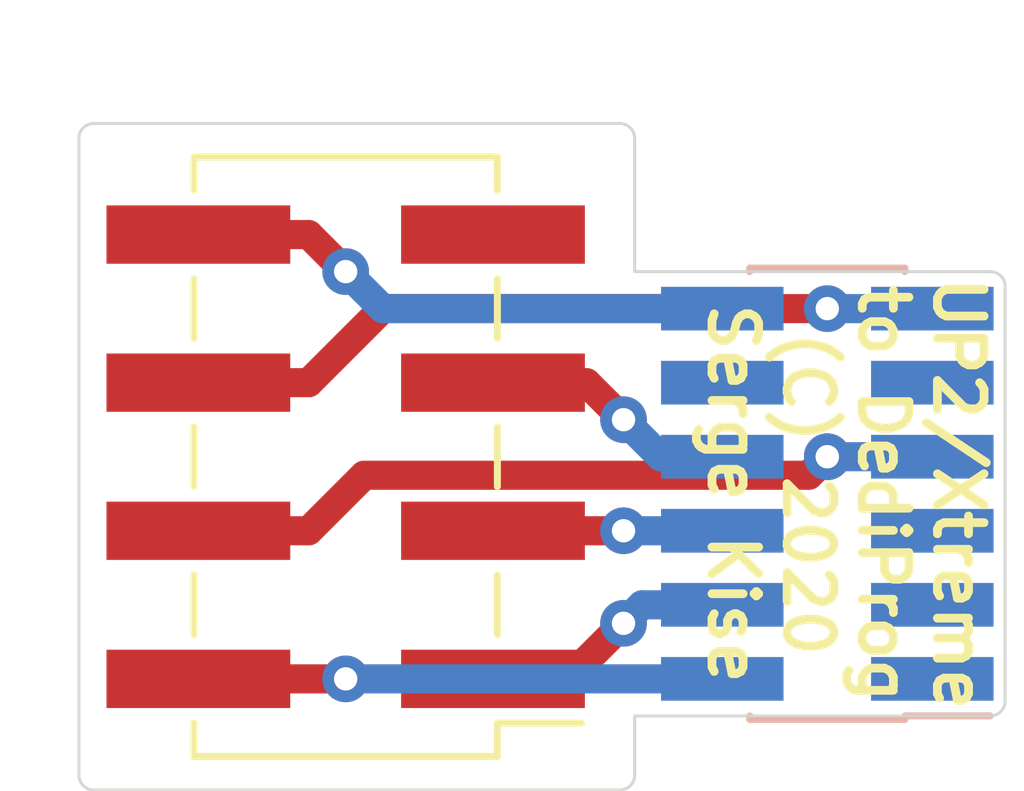
<source format=kicad_pcb>
(kicad_pcb (version 20171130) (host pcbnew "(5.1.8)-1")

  (general
    (thickness 1.6)
    (drawings 15)
    (tracks 33)
    (zones 0)
    (modules 2)
    (nets 14)
  )

  (page USLetter)
  (layers
    (0 F.Cu signal)
    (31 B.Cu signal)
    (32 B.Adhes user)
    (33 F.Adhes user)
    (34 B.Paste user)
    (35 F.Paste user)
    (36 B.SilkS user)
    (37 F.SilkS user)
    (38 B.Mask user)
    (39 F.Mask user)
    (40 Dwgs.User user)
    (41 Cmts.User user)
    (42 Eco1.User user)
    (43 Eco2.User user)
    (44 Edge.Cuts user)
    (45 Margin user)
    (46 B.CrtYd user)
    (47 F.CrtYd user)
    (48 B.Fab user)
    (49 F.Fab user)
  )

  (setup
    (last_trace_width 0.5)
    (trace_clearance 0.2)
    (zone_clearance 0.508)
    (zone_45_only no)
    (trace_min 0.2)
    (via_size 0.8)
    (via_drill 0.4)
    (via_min_size 0.4)
    (via_min_drill 0.3)
    (uvia_size 0.3)
    (uvia_drill 0.1)
    (uvias_allowed no)
    (uvia_min_size 0.2)
    (uvia_min_drill 0.1)
    (edge_width 0.05)
    (segment_width 0.2)
    (pcb_text_width 0.3)
    (pcb_text_size 1.5 1.5)
    (mod_edge_width 0.12)
    (mod_text_size 1 1)
    (mod_text_width 0.15)
    (pad_size 1.524 1.524)
    (pad_drill 0.762)
    (pad_to_mask_clearance 0)
    (aux_axis_origin 0 0)
    (visible_elements FFFFFF7F)
    (pcbplotparams
      (layerselection 0x010fc_ffffffff)
      (usegerberextensions false)
      (usegerberattributes true)
      (usegerberadvancedattributes true)
      (creategerberjobfile true)
      (excludeedgelayer true)
      (linewidth 0.100000)
      (plotframeref false)
      (viasonmask false)
      (mode 1)
      (useauxorigin false)
      (hpglpennumber 1)
      (hpglpenspeed 20)
      (hpglpendiameter 15.000000)
      (psnegative false)
      (psa4output false)
      (plotreference true)
      (plotvalue true)
      (plotinvisibletext false)
      (padsonsilk false)
      (subtractmaskfromsilk false)
      (outputformat 1)
      (mirror false)
      (drillshape 1)
      (scaleselection 1)
      (outputdirectory ""))
  )

  (net 0 "")
  (net 1 /VCC)
  (net 2 /GND)
  (net 3 /CS)
  (net 4 /CLK)
  (net 5 /MISO)
  (net 6 /MOSI)
  (net 7 "Net-(J1-Pad7)")
  (net 8 /~HOLD)
  (net 9 "Net-(J2-Pad1)")
  (net 10 "Net-(J2-Pad3)")
  (net 11 "Net-(J2-Pad5)")
  (net 12 "Net-(J2-Pad9)")
  (net 13 "Net-(J2-Pad10)")

  (net_class Default "This is the default net class."
    (clearance 0.2)
    (trace_width 0.5)
    (via_dia 0.8)
    (via_drill 0.4)
    (uvia_dia 0.3)
    (uvia_drill 0.1)
    (add_net /CLK)
    (add_net /CS)
    (add_net /GND)
    (add_net /MISO)
    (add_net /MOSI)
    (add_net /VCC)
    (add_net /~HOLD)
    (add_net "Net-(J1-Pad7)")
    (add_net "Net-(J2-Pad1)")
    (add_net "Net-(J2-Pad10)")
    (add_net "Net-(J2-Pad3)")
    (add_net "Net-(J2-Pad5)")
    (add_net "Net-(J2-Pad9)")
  )

  (module Connector_PinSocket_1.27mm:PinSocket_2x06_P1.27mm_Vertical_SMD (layer B.Cu) (tedit 5A19A42F) (tstamp 5FB49421)
    (at 201.93 125.73)
    (descr "surface-mounted straight socket strip, 2x06, 1.27mm pitch, double cols (from Kicad 4.0.7!), script generated")
    (tags "Surface mounted socket strip SMD 2x06 1.27mm double row")
    (path /5FB42944)
    (attr smd)
    (fp_text reference J2 (at 1.27 -5.3975) (layer B.Fab)
      (effects (font (size 1 1) (thickness 0.15)) (justify mirror))
    )
    (fp_text value UP (at -1.5875 -5.3975 180) (layer B.Fab)
      (effects (font (size 1 1) (thickness 0.15)) (justify mirror))
    )
    (fp_line (start -3.35 -4.3) (end -3.35 4.35) (layer B.CrtYd) (width 0.05))
    (fp_line (start 3.35 -4.3) (end -3.35 -4.3) (layer B.CrtYd) (width 0.05))
    (fp_line (start 3.35 4.35) (end 3.35 -4.3) (layer B.CrtYd) (width 0.05))
    (fp_line (start -3.35 4.35) (end 3.35 4.35) (layer B.CrtYd) (width 0.05))
    (fp_line (start 2.555 -3.375) (end 1.27 -3.375) (layer B.Fab) (width 0.1))
    (fp_line (start 2.555 -2.975) (end 2.555 -3.375) (layer B.Fab) (width 0.1))
    (fp_line (start 1.27 -2.975) (end 2.555 -2.975) (layer B.Fab) (width 0.1))
    (fp_line (start -2.555 -3.375) (end -2.555 -2.975) (layer B.Fab) (width 0.1))
    (fp_line (start -1.27 -3.375) (end -2.555 -3.375) (layer B.Fab) (width 0.1))
    (fp_line (start -2.555 -2.975) (end -1.27 -2.975) (layer B.Fab) (width 0.1))
    (fp_line (start 2.555 -2.105) (end 1.27 -2.105) (layer B.Fab) (width 0.1))
    (fp_line (start 2.555 -1.705) (end 2.555 -2.105) (layer B.Fab) (width 0.1))
    (fp_line (start 1.27 -1.705) (end 2.555 -1.705) (layer B.Fab) (width 0.1))
    (fp_line (start -2.555 -2.105) (end -2.555 -1.705) (layer B.Fab) (width 0.1))
    (fp_line (start -1.27 -2.105) (end -2.555 -2.105) (layer B.Fab) (width 0.1))
    (fp_line (start -2.555 -1.705) (end -1.27 -1.705) (layer B.Fab) (width 0.1))
    (fp_line (start 2.555 -0.835) (end 1.27 -0.835) (layer B.Fab) (width 0.1))
    (fp_line (start 2.555 -0.435) (end 2.555 -0.835) (layer B.Fab) (width 0.1))
    (fp_line (start 1.27 -0.435) (end 2.555 -0.435) (layer B.Fab) (width 0.1))
    (fp_line (start -2.555 -0.835) (end -2.555 -0.435) (layer B.Fab) (width 0.1))
    (fp_line (start -1.27 -0.835) (end -2.555 -0.835) (layer B.Fab) (width 0.1))
    (fp_line (start -2.555 -0.435) (end -1.27 -0.435) (layer B.Fab) (width 0.1))
    (fp_line (start 2.555 0.435) (end 1.27 0.435) (layer B.Fab) (width 0.1))
    (fp_line (start 2.555 0.835) (end 2.555 0.435) (layer B.Fab) (width 0.1))
    (fp_line (start 1.27 0.835) (end 2.555 0.835) (layer B.Fab) (width 0.1))
    (fp_line (start -2.555 0.435) (end -2.555 0.835) (layer B.Fab) (width 0.1))
    (fp_line (start -1.27 0.435) (end -2.555 0.435) (layer B.Fab) (width 0.1))
    (fp_line (start -2.555 0.835) (end -1.27 0.835) (layer B.Fab) (width 0.1))
    (fp_line (start 2.555 1.705) (end 1.27 1.705) (layer B.Fab) (width 0.1))
    (fp_line (start 2.555 2.105) (end 2.555 1.705) (layer B.Fab) (width 0.1))
    (fp_line (start 1.27 2.105) (end 2.555 2.105) (layer B.Fab) (width 0.1))
    (fp_line (start -2.555 1.705) (end -2.555 2.105) (layer B.Fab) (width 0.1))
    (fp_line (start -1.27 1.705) (end -2.555 1.705) (layer B.Fab) (width 0.1))
    (fp_line (start -2.555 2.105) (end -1.27 2.105) (layer B.Fab) (width 0.1))
    (fp_line (start 2.555 2.975) (end 1.27 2.975) (layer B.Fab) (width 0.1))
    (fp_line (start 2.555 3.375) (end 2.555 2.975) (layer B.Fab) (width 0.1))
    (fp_line (start 1.27 3.375) (end 2.555 3.375) (layer B.Fab) (width 0.1))
    (fp_line (start -2.555 2.975) (end -2.555 3.375) (layer B.Fab) (width 0.1))
    (fp_line (start -1.27 2.975) (end -2.555 2.975) (layer B.Fab) (width 0.1))
    (fp_line (start -2.555 3.375) (end -1.27 3.375) (layer B.Fab) (width 0.1))
    (fp_line (start -1.27 -3.81) (end -1.27 3.81) (layer B.Fab) (width 0.1))
    (fp_line (start 1.27 -3.81) (end -1.27 -3.81) (layer B.Fab) (width 0.1))
    (fp_line (start 1.27 3.175) (end 1.27 -3.81) (layer B.Fab) (width 0.1))
    (fp_line (start 0.635 3.81) (end 1.27 3.175) (layer B.Fab) (width 0.1))
    (fp_line (start -1.27 3.81) (end 0.635 3.81) (layer B.Fab) (width 0.1))
    (fp_line (start 1.33 3.81) (end 2.79 3.81) (layer B.SilkS) (width 0.12))
    (fp_line (start -1.33 -3.81) (end -1.33 -3.87) (layer B.SilkS) (width 0.12))
    (fp_line (start -1.33 3.87) (end -1.33 3.81) (layer B.SilkS) (width 0.12))
    (fp_line (start -1.33 -3.87) (end 1.33 -3.87) (layer B.SilkS) (width 0.12))
    (fp_line (start 1.33 -3.81) (end 1.33 -3.87) (layer B.SilkS) (width 0.12))
    (fp_line (start 1.33 3.87) (end 1.33 3.81) (layer B.SilkS) (width 0.12))
    (fp_line (start -1.33 3.87) (end 1.33 3.87) (layer B.SilkS) (width 0.12))
    (fp_text user %R (at 0 0 -90) (layer B.Fab)
      (effects (font (size 1 1) (thickness 0.15)) (justify mirror))
    )
    (pad 1 smd rect (at 1.8 3.175) (size 2.1 0.75) (layers B.Cu B.Paste B.Mask)
      (net 9 "Net-(J2-Pad1)"))
    (pad 2 smd rect (at -1.8 3.175) (size 2.1 0.75) (layers B.Cu B.Paste B.Mask)
      (net 2 /GND))
    (pad 3 smd rect (at 1.8 1.905) (size 2.1 0.75) (layers B.Cu B.Paste B.Mask)
      (net 10 "Net-(J2-Pad3)"))
    (pad 4 smd rect (at -1.8 1.905) (size 2.1 0.75) (layers B.Cu B.Paste B.Mask)
      (net 1 /VCC))
    (pad 5 smd rect (at 1.8 0.635) (size 2.1 0.75) (layers B.Cu B.Paste B.Mask)
      (net 11 "Net-(J2-Pad5)"))
    (pad 6 smd rect (at -1.8 0.635) (size 2.1 0.75) (layers B.Cu B.Paste B.Mask)
      (net 3 /CS))
    (pad 7 smd rect (at 1.8 -0.635) (size 2.1 0.75) (layers B.Cu B.Paste B.Mask)
      (net 4 /CLK))
    (pad 8 smd rect (at -1.8 -0.635) (size 2.1 0.75) (layers B.Cu B.Paste B.Mask)
      (net 5 /MISO))
    (pad 9 smd rect (at 1.8 -1.905) (size 2.1 0.75) (layers B.Cu B.Paste B.Mask)
      (net 12 "Net-(J2-Pad9)"))
    (pad 10 smd rect (at -1.8 -1.905) (size 2.1 0.75) (layers B.Cu B.Paste B.Mask)
      (net 13 "Net-(J2-Pad10)"))
    (pad 11 smd rect (at 1.8 -3.175) (size 2.1 0.75) (layers B.Cu B.Paste B.Mask)
      (net 6 /MOSI))
    (pad 12 smd rect (at -1.8 -3.175) (size 2.1 0.75) (layers B.Cu B.Paste B.Mask)
      (net 8 /~HOLD))
    (model ${KISYS3DMOD}/Connector_PinSocket_1.27mm.3dshapes/PinSocket_2x06_P1.27mm_Vertical_SMD.wrl
      (at (xyz 0 0 0))
      (scale (xyz 1 1 1))
      (rotate (xyz 0 0 0))
    )
  )

  (module Connector_PinHeader_2.54mm:PinHeader_2x04_P2.54mm_Vertical_SMD (layer F.Cu) (tedit 59FED5CC) (tstamp 5FB4A7A7)
    (at 193.675 125.095 180)
    (descr "surface-mounted straight pin header, 2x04, 2.54mm pitch, double rows")
    (tags "Surface mounted pin header SMD 2x04 2.54mm double row")
    (path /5FB54137)
    (attr smd)
    (fp_text reference J1 (at 3.4925 6.985) (layer F.Fab)
      (effects (font (size 1 1) (thickness 0.15)))
    )
    (fp_text value DediProg (at -1.5875 6.985) (layer F.Fab)
      (effects (font (size 1 1) (thickness 0.15)))
    )
    (fp_line (start 5.9 -5.6) (end -5.9 -5.6) (layer F.CrtYd) (width 0.05))
    (fp_line (start 5.9 5.6) (end 5.9 -5.6) (layer F.CrtYd) (width 0.05))
    (fp_line (start -5.9 5.6) (end 5.9 5.6) (layer F.CrtYd) (width 0.05))
    (fp_line (start -5.9 -5.6) (end -5.9 5.6) (layer F.CrtYd) (width 0.05))
    (fp_line (start 2.6 2.03) (end 2.6 3.05) (layer F.SilkS) (width 0.12))
    (fp_line (start -2.6 2.03) (end -2.6 3.05) (layer F.SilkS) (width 0.12))
    (fp_line (start 2.6 -0.51) (end 2.6 0.51) (layer F.SilkS) (width 0.12))
    (fp_line (start -2.6 -0.51) (end -2.6 0.51) (layer F.SilkS) (width 0.12))
    (fp_line (start 2.6 -3.05) (end 2.6 -2.03) (layer F.SilkS) (width 0.12))
    (fp_line (start -2.6 -3.05) (end -2.6 -2.03) (layer F.SilkS) (width 0.12))
    (fp_line (start 2.6 4.57) (end 2.6 5.14) (layer F.SilkS) (width 0.12))
    (fp_line (start -2.6 4.57) (end -2.6 5.14) (layer F.SilkS) (width 0.12))
    (fp_line (start 2.6 -5.14) (end 2.6 -4.57) (layer F.SilkS) (width 0.12))
    (fp_line (start -2.6 -5.14) (end -2.6 -4.57) (layer F.SilkS) (width 0.12))
    (fp_line (start -4.04 -4.57) (end -2.6 -4.57) (layer F.SilkS) (width 0.12))
    (fp_line (start -2.6 5.14) (end 2.6 5.14) (layer F.SilkS) (width 0.12))
    (fp_line (start -2.6 -5.14) (end 2.6 -5.14) (layer F.SilkS) (width 0.12))
    (fp_line (start 3.6 4.13) (end 2.54 4.13) (layer F.Fab) (width 0.1))
    (fp_line (start 3.6 3.49) (end 3.6 4.13) (layer F.Fab) (width 0.1))
    (fp_line (start 2.54 3.49) (end 3.6 3.49) (layer F.Fab) (width 0.1))
    (fp_line (start -3.6 4.13) (end -2.54 4.13) (layer F.Fab) (width 0.1))
    (fp_line (start -3.6 3.49) (end -3.6 4.13) (layer F.Fab) (width 0.1))
    (fp_line (start -2.54 3.49) (end -3.6 3.49) (layer F.Fab) (width 0.1))
    (fp_line (start 3.6 1.59) (end 2.54 1.59) (layer F.Fab) (width 0.1))
    (fp_line (start 3.6 0.95) (end 3.6 1.59) (layer F.Fab) (width 0.1))
    (fp_line (start 2.54 0.95) (end 3.6 0.95) (layer F.Fab) (width 0.1))
    (fp_line (start -3.6 1.59) (end -2.54 1.59) (layer F.Fab) (width 0.1))
    (fp_line (start -3.6 0.95) (end -3.6 1.59) (layer F.Fab) (width 0.1))
    (fp_line (start -2.54 0.95) (end -3.6 0.95) (layer F.Fab) (width 0.1))
    (fp_line (start 3.6 -0.95) (end 2.54 -0.95) (layer F.Fab) (width 0.1))
    (fp_line (start 3.6 -1.59) (end 3.6 -0.95) (layer F.Fab) (width 0.1))
    (fp_line (start 2.54 -1.59) (end 3.6 -1.59) (layer F.Fab) (width 0.1))
    (fp_line (start -3.6 -0.95) (end -2.54 -0.95) (layer F.Fab) (width 0.1))
    (fp_line (start -3.6 -1.59) (end -3.6 -0.95) (layer F.Fab) (width 0.1))
    (fp_line (start -2.54 -1.59) (end -3.6 -1.59) (layer F.Fab) (width 0.1))
    (fp_line (start 3.6 -3.49) (end 2.54 -3.49) (layer F.Fab) (width 0.1))
    (fp_line (start 3.6 -4.13) (end 3.6 -3.49) (layer F.Fab) (width 0.1))
    (fp_line (start 2.54 -4.13) (end 3.6 -4.13) (layer F.Fab) (width 0.1))
    (fp_line (start -3.6 -3.49) (end -2.54 -3.49) (layer F.Fab) (width 0.1))
    (fp_line (start -3.6 -4.13) (end -3.6 -3.49) (layer F.Fab) (width 0.1))
    (fp_line (start -2.54 -4.13) (end -3.6 -4.13) (layer F.Fab) (width 0.1))
    (fp_line (start 2.54 -5.08) (end 2.54 5.08) (layer F.Fab) (width 0.1))
    (fp_line (start -2.54 -4.13) (end -1.59 -5.08) (layer F.Fab) (width 0.1))
    (fp_line (start -2.54 5.08) (end -2.54 -4.13) (layer F.Fab) (width 0.1))
    (fp_line (start -1.59 -5.08) (end 2.54 -5.08) (layer F.Fab) (width 0.1))
    (fp_line (start 2.54 5.08) (end -2.54 5.08) (layer F.Fab) (width 0.1))
    (fp_text user %R (at 0 0 90) (layer F.Fab)
      (effects (font (size 1 1) (thickness 0.15)))
    )
    (pad 1 smd rect (at -2.525 -3.81 180) (size 3.15 1) (layers F.Cu F.Paste F.Mask)
      (net 1 /VCC))
    (pad 2 smd rect (at 2.525 -3.81 180) (size 3.15 1) (layers F.Cu F.Paste F.Mask)
      (net 2 /GND))
    (pad 3 smd rect (at -2.525 -1.27 180) (size 3.15 1) (layers F.Cu F.Paste F.Mask)
      (net 3 /CS))
    (pad 4 smd rect (at 2.525 -1.27 180) (size 3.15 1) (layers F.Cu F.Paste F.Mask)
      (net 4 /CLK))
    (pad 5 smd rect (at -2.525 1.27 180) (size 3.15 1) (layers F.Cu F.Paste F.Mask)
      (net 5 /MISO))
    (pad 6 smd rect (at 2.525 1.27 180) (size 3.15 1) (layers F.Cu F.Paste F.Mask)
      (net 6 /MOSI))
    (pad 7 smd rect (at -2.525 3.81 180) (size 3.15 1) (layers F.Cu F.Paste F.Mask)
      (net 7 "Net-(J1-Pad7)"))
    (pad 8 smd rect (at 2.525 3.81 180) (size 3.15 1) (layers F.Cu F.Paste F.Mask)
      (net 8 /~HOLD))
    (model ${KISYS3DMOD}/Connector_PinHeader_2.54mm.3dshapes/PinHeader_2x04_P2.54mm_Vertical_SMD.wrl
      (at (xyz 0 0 0))
      (scale (xyz 1 1 1))
      (rotate (xyz 0 0 0))
    )
  )

  (gr_text "UP2/Xtreme\nto DediProg\n(C) 2020\nSerge Kise" (at 202.2475 125.73 270) (layer F.SilkS) (tstamp 5FB49834)
    (effects (font (size 0.8 0.8) (thickness 0.15)))
  )
  (gr_line (start 204.978 129.286) (end 204.978 122.174) (layer Edge.Cuts) (width 0.05) (tstamp 5FB494C1))
  (gr_line (start 198.628 129.54) (end 204.724 129.54) (layer Edge.Cuts) (width 0.05) (tstamp 5FB494BF))
  (gr_line (start 198.628 130.556) (end 198.628 129.54) (layer Edge.Cuts) (width 0.05) (tstamp 5FB494BD))
  (gr_line (start 189.357 130.81) (end 198.374 130.81) (layer Edge.Cuts) (width 0.05) (tstamp 5FB494BA))
  (gr_line (start 189.103 119.634) (end 189.103 130.556) (layer Edge.Cuts) (width 0.05) (tstamp 5FB494B8))
  (gr_line (start 198.374 119.38) (end 189.357 119.38) (layer Edge.Cuts) (width 0.05) (tstamp 5FB494B6))
  (gr_line (start 198.628 121.92) (end 198.628 119.634) (layer Edge.Cuts) (width 0.05) (tstamp 5FB494B4))
  (gr_line (start 204.724 121.92) (end 198.628 121.92) (layer Edge.Cuts) (width 0.05) (tstamp 5FB494B2))
  (gr_arc (start 189.357 119.634) (end 189.357 119.38) (angle -90) (layer Edge.Cuts) (width 0.05))
  (gr_arc (start 198.374 119.634) (end 198.628 119.634) (angle -90) (layer Edge.Cuts) (width 0.05))
  (gr_arc (start 204.724 122.174) (end 204.978 122.174) (angle -90) (layer Edge.Cuts) (width 0.05))
  (gr_arc (start 204.724 129.286) (end 204.724 129.54) (angle -90) (layer Edge.Cuts) (width 0.05))
  (gr_arc (start 198.374 130.556) (end 198.374 130.81) (angle -90) (layer Edge.Cuts) (width 0.05))
  (gr_arc (start 189.357 130.556) (end 189.103 130.556) (angle -90) (layer Edge.Cuts) (width 0.05))

  (via (at 198.4375 127.9525) (size 0.8) (drill 0.4) (layers F.Cu B.Cu) (net 1))
  (segment (start 196.2 128.905) (end 197.485 128.905) (width 0.5) (layer F.Cu) (net 1))
  (segment (start 197.485 128.905) (end 198.4375 127.9525) (width 0.5) (layer F.Cu) (net 1))
  (segment (start 198.755 127.635) (end 198.4375 127.9525) (width 0.5) (layer B.Cu) (net 1))
  (segment (start 200.13 127.635) (end 198.755 127.635) (width 0.5) (layer B.Cu) (net 1))
  (via (at 193.675 128.905) (size 0.8) (drill 0.4) (layers F.Cu B.Cu) (net 2))
  (segment (start 200.13 128.905) (end 193.675 128.905) (width 0.5) (layer B.Cu) (net 2))
  (segment (start 193.675 128.905) (end 191.15 128.905) (width 0.5) (layer F.Cu) (net 2))
  (via (at 198.4375 126.365) (size 0.8) (drill 0.4) (layers F.Cu B.Cu) (net 3))
  (segment (start 200.13 126.365) (end 198.4375 126.365) (width 0.5) (layer B.Cu) (net 3))
  (segment (start 198.4375 126.365) (end 196.2 126.365) (width 0.5) (layer F.Cu) (net 3))
  (via (at 201.93 125.095) (size 0.8) (drill 0.4) (layers F.Cu B.Cu) (net 4))
  (segment (start 203.73 125.095) (end 201.93 125.095) (width 0.5) (layer B.Cu) (net 4))
  (via (at 201.93 125.095) (size 0.8) (drill 0.4) (layers F.Cu B.Cu) (net 4))
  (segment (start 191.15 126.365) (end 193.04 126.365) (width 0.5) (layer F.Cu) (net 4))
  (segment (start 193.04 126.365) (end 193.9925 125.4125) (width 0.5) (layer F.Cu) (net 4))
  (segment (start 201.6125 125.4125) (end 201.93 125.095) (width 0.5) (layer F.Cu) (net 4))
  (segment (start 193.9925 125.4125) (end 201.6125 125.4125) (width 0.5) (layer F.Cu) (net 4))
  (via (at 198.4375 124.46) (size 0.8) (drill 0.4) (layers F.Cu B.Cu) (net 5))
  (segment (start 199.0725 125.095) (end 198.4375 124.46) (width 0.5) (layer B.Cu) (net 5))
  (segment (start 200.13 125.095) (end 199.0725 125.095) (width 0.5) (layer B.Cu) (net 5))
  (segment (start 197.8025 123.825) (end 196.2 123.825) (width 0.5) (layer F.Cu) (net 5))
  (segment (start 198.4375 124.46) (end 197.8025 123.825) (width 0.5) (layer F.Cu) (net 5))
  (via (at 201.93 122.555) (size 0.8) (drill 0.4) (layers F.Cu B.Cu) (net 6))
  (segment (start 203.73 122.555) (end 201.93 122.555) (width 0.5) (layer B.Cu) (net 6))
  (segment (start 193.04 123.825) (end 191.15 123.825) (width 0.5) (layer F.Cu) (net 6))
  (segment (start 194.31 122.555) (end 193.04 123.825) (width 0.5) (layer F.Cu) (net 6))
  (segment (start 201.93 122.555) (end 194.31 122.555) (width 0.5) (layer F.Cu) (net 6))
  (via (at 193.675 121.92) (size 0.8) (drill 0.4) (layers F.Cu B.Cu) (net 8))
  (segment (start 194.31 122.555) (end 193.675 121.92) (width 0.5) (layer B.Cu) (net 8))
  (segment (start 200.13 122.555) (end 194.31 122.555) (width 0.5) (layer B.Cu) (net 8))
  (segment (start 193.675 121.92) (end 193.04 121.285) (width 0.5) (layer F.Cu) (net 8))
  (segment (start 193.04 121.285) (end 191.15 121.285) (width 0.5) (layer F.Cu) (net 8))

)

</source>
